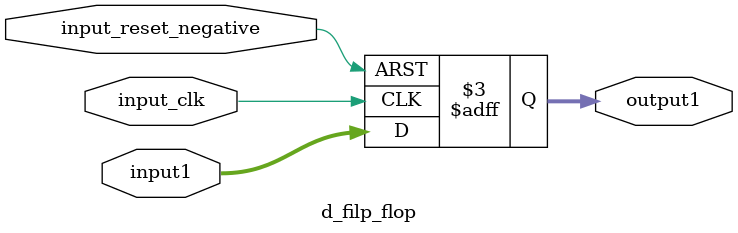
<source format=sv>
module d_filp_flop #(
    parameter INPUT_BW=16)(
    input logic input_clk, input_reset_negative,
    input logic signed [INPUT_BW-1:0] input1,
    output logic signed [INPUT_BW-1:0] output1
);

always_ff @(posedge input_clk, negedge input_reset_negative) begin
    if(~ input_reset_negative)begin
        output1 <= 0;
    end
    else begin
        output1 = input1;
    end
end
    
endmodule
</source>
